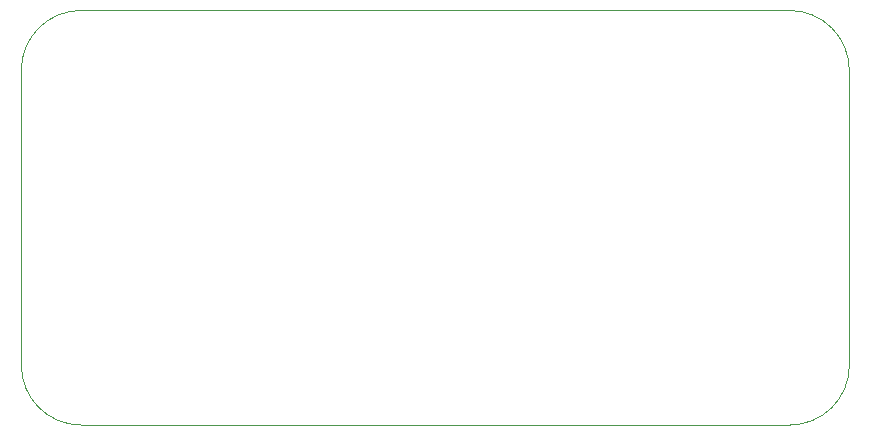
<source format=gko>
G04 Layer_Color=16720538*
%FSLAX24Y24*%
%MOIN*%
G70*
G01*
G75*
%ADD355C,0.0039*%
%ADD356C,0.0039*%
D355*
X37421Y23622D02*
G03*
X35433Y25610I-1988J-0D01*
G01*
X35433Y11791D02*
G03*
X37425Y13780I4J1988D01*
G01*
X11811Y25610D02*
G03*
X9823Y23622I0J-1988D01*
G01*
Y13780D02*
G03*
X11811Y11791I1988J0D01*
G01*
X37421Y23622D02*
X37425Y13780D01*
X11811Y25610D02*
X35433D01*
X11811Y11791D02*
X35433D01*
X9823Y13780D02*
Y23622D01*
D356*
X37425Y13780D02*
D03*
D03*
M02*

</source>
